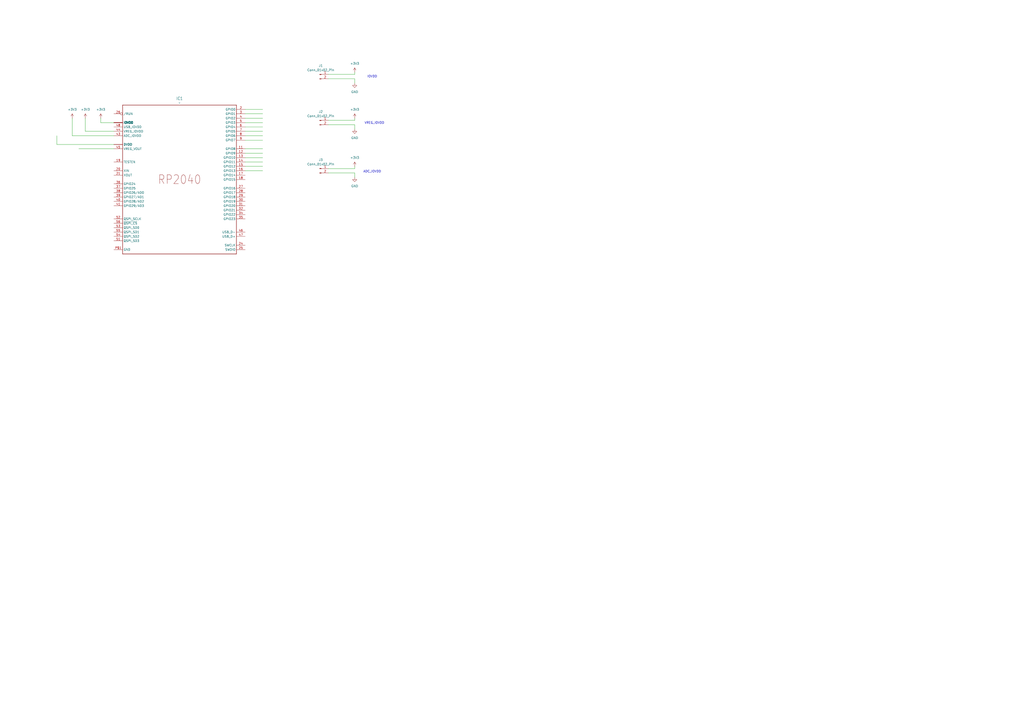
<source format=kicad_sch>
(kicad_sch (version 20231120) (generator "eeschema") (generator_version "8.0")
  (paper "A2")
  (lib_symbols
    (symbol "Adafruit ItsyBitsy RP2040-eagle-import:RP2040_QFN56"
      (property "Reference" "IC" (at -5.08 -40.64 0))
      (symbol "RP2040_QFN56_1_0"
        (polyline (pts (xy -33.02 -43.18) (xy -33.02 43.18)) (stroke (width 0.254)))
        (polyline (pts (xy -33.02 43.18) (xy 33.02 43.18)) (stroke (width 0.254)))
        (polyline (pts (xy 33.02 -43.18) (xy -33.02 -43.18)) (stroke (width 0.254)))
        (polyline (pts (xy 33.02 43.18) (xy 33.02 -43.18)) (stroke (width 0.254)))
        (text "RP2040" (at 0 0 0) (effects (font (size 5.08 4.318))))
        (pin power_in line (at -38.1 33.02 0) (length 5.08) (name "IOVDD") (number "1"))
        (pin power_in line (at -38.1 33.02 0) (length 5.08) (name "IOVDD") (number "10"))
        (pin bidirectional line (at 38.1 17.78 180) (length 5.08) (name "GPIO8") (number "11"))
        (pin bidirectional line (at 38.1 15.24 180) (length 5.08) (name "GPIO9") (number "12"))
        (pin bidirectional line (at 38.1 12.7 180) (length 5.08) (name "GPIO10") (number "13"))
        (pin bidirectional line (at 38.1 10.16 180) (length 5.08) (name "GPIO11") (number "14"))
        (pin bidirectional line (at 38.1 7.62 180) (length 5.08) (name "GPIO12") (number "15"))
        (pin bidirectional line (at 38.1 5.08 180) (length 5.08) (name "GPIO13") (number "16"))
        (pin bidirectional line (at 38.1 2.54 180) (length 5.08) (name "GPIO14") (number "17"))
        (pin bidirectional line (at 38.1 0 180) (length 5.08) (name "GPIO15") (number "18"))
        (pin input line (at -38.1 10.16 0) (length 5.08) (name "TESTEN") (number "19"))
        (pin bidirectional line (at 38.1 40.64 180) (length 5.08) (name "GPIO0") (number "2"))
        (pin input line (at -38.1 5.08 0) (length 5.08) (name "XIN") (number "20"))
        (pin output line (at -38.1 2.54 0) (length 5.08) (name "XOUT") (number "21"))
        (pin power_in line (at -38.1 33.02 0) (length 5.08) (name "IOVDD") (number "22"))
        (pin power_in line (at -38.1 20.32 0) (length 5.08) (name "DVDD") (number "23"))
        (pin bidirectional line (at 38.1 -38.1 180) (length 5.08) (name "SWCLK") (number "24"))
        (pin bidirectional line (at 38.1 -40.64 180) (length 5.08) (name "SWDIO") (number "25"))
        (pin bidirectional inverted (at -38.1 38.1 0) (length 5.08) (name "/RUN") (number "26"))
        (pin bidirectional line (at 38.1 -5.08 180) (length 5.08) (name "GPIO16") (number "27"))
        (pin bidirectional line (at 38.1 -7.62 180) (length 5.08) (name "GPIO17") (number "28"))
        (pin bidirectional line (at 38.1 -10.16 180) (length 5.08) (name "GPIO18") (number "29"))
        (pin bidirectional line (at 38.1 38.1 180) (length 5.08) (name "GPIO1") (number "3"))
        (pin bidirectional line (at 38.1 -12.7 180) (length 5.08) (name "GPIO19") (number "30"))
        (pin bidirectional line (at 38.1 -15.24 180) (length 5.08) (name "GPIO20") (number "31"))
        (pin bidirectional line (at 38.1 -17.78 180) (length 5.08) (name "GPIO21") (number "32"))
        (pin power_in line (at -38.1 33.02 0) (length 5.08) (name "IOVDD") (number "33"))
        (pin bidirectional line (at 38.1 -20.32 180) (length 5.08) (name "GPIO22") (number "34"))
        (pin bidirectional line (at 38.1 -22.86 180) (length 5.08) (name "GPIO23") (number "35"))
        (pin bidirectional line (at -38.1 -2.54 0) (length 5.08) (name "GPIO24") (number "36"))
        (pin bidirectional line (at -38.1 -5.08 0) (length 5.08) (name "GPIO25") (number "37"))
        (pin bidirectional line (at -38.1 -7.62 0) (length 5.08) (name "GPIO26/AD0") (number "38"))
        (pin bidirectional line (at -38.1 -10.16 0) (length 5.08) (name "GPIO27/AD1") (number "39"))
        (pin bidirectional line (at 38.1 35.56 180) (length 5.08) (name "GPIO2") (number "4"))
        (pin bidirectional line (at -38.1 -12.7 0) (length 5.08) (name "GPIO28/AD2") (number "40"))
        (pin bidirectional line (at -38.1 -15.24 0) (length 5.08) (name "GPIO29/AD3") (number "41"))
        (pin power_in line (at -38.1 33.02 0) (length 5.08) (name "IOVDD") (number "42"))
        (pin power_in line (at -38.1 25.4 0) (length 5.08) (name "ADC_IOVDD") (number "43"))
        (pin power_in line (at -38.1 27.94 0) (length 5.08) (name "VREG_IOVDD") (number "44"))
        (pin power_in line (at -38.1 17.78 0) (length 5.08) (name "VREG_VOUT") (number "45"))
        (pin bidirectional line (at 38.1 -30.48 180) (length 5.08) (name "USB_D-") (number "46"))
        (pin bidirectional line (at 38.1 -33.02 180) (length 5.08) (name "USB_D+") (number "47"))
        (pin power_in line (at -38.1 30.48 0) (length 5.08) (name "USB_IOVDD") (number "48"))
        (pin power_in line (at -38.1 33.02 0) (length 5.08) (name "IOVDD") (number "49"))
        (pin bidirectional line (at 38.1 33.02 180) (length 5.08) (name "GPIO3") (number "5"))
        (pin power_in line (at -38.1 20.32 0) (length 5.08) (name "DVDD") (number "50"))
        (pin bidirectional line (at -38.1 -35.56 0) (length 5.08) (name "QSPI_SD3") (number "51"))
        (pin bidirectional line (at -38.1 -22.86 0) (length 5.08) (name "QSPI_SCLK") (number "52"))
        (pin bidirectional line (at -38.1 -27.94 0) (length 5.08) (name "QSPI_SD0") (number "53"))
        (pin bidirectional line (at -38.1 -33.02 0) (length 5.08) (name "QSPI_SD2") (number "54"))
        (pin bidirectional line (at -38.1 -30.48 0) (length 5.08) (name "QSPI_SD1") (number "55"))
        (pin bidirectional line (at -38.1 -25.4 0) (length 5.08) (name "~{QSPI_CS}") (number "56"))
        (pin bidirectional line (at 38.1 30.48 180) (length 5.08) (name "GPIO4") (number "6"))
        (pin bidirectional line (at 38.1 27.94 180) (length 5.08) (name "GPIO5") (number "7"))
        (pin bidirectional line (at 38.1 25.4 180) (length 5.08) (name "GPIO6") (number "8"))
        (pin bidirectional line (at 38.1 22.86 180) (length 5.08) (name "GPIO7") (number "9"))
        (pin power_in line (at -38.1 -40.64 0) (length 5.08) (name "GND") (number "P$1"))
      )
    )
    (symbol "Connector:Conn_01x02_Pin" (pin_names (offset 1.016) hide)
      (property "Reference" "J" (at 0 2.54 0))
      (property "Value" "Conn_01x02_Pin" (at 0 -5.08 0))
      (symbol "Conn_01x02_Pin_1_1"
        (polyline (pts (xy 1.27 -2.54) (xy 0.8636 -2.54)) (stroke (width 0.1524)))
        (polyline (pts (xy 1.27 0) (xy 0.8636 0)) (stroke (width 0.1524)))
        (rectangle (start 0.8636 -2.413) (end 0 -2.667) (stroke (width 0.1524)) (fill (type outline)))
        (rectangle (start 0.8636 0.127) (end 0 -0.127) (stroke (width 0.1524)) (fill (type outline)))
        (pin passive line (at 5.08 0 180) (length 3.81) (name "Pin_1") (number "1"))
        (pin passive line (at 5.08 -2.54 180) (length 3.81) (name "Pin_2") (number "2"))
      )
    )
    (symbol "power:+3V3" (power) (pin_numbers hide) (pin_names (offset 0) hide)
      (property "Value" "+3V3" (at 0 3.556 0))
      (symbol "+3V3_0_1"
        (polyline (pts (xy -0.762 1.27) (xy 0 2.54)))
        (polyline (pts (xy 0 0) (xy 0 2.54)))
        (polyline (pts (xy 0 2.54) (xy 0.762 1.27)))
      )
      (symbol "+3V3_1_1"
        (pin power_in line (at 0 0 90) (length 0) (name "~") (number "1"))
      )
    )
    (symbol "power:GND" (power) (pin_numbers hide) (pin_names (offset 0) hide)
      (property "Value" "GND" (at 0 -3.81 0))
      (symbol "GND_0_1"
        (polyline (pts (xy 0 0) (xy 0 -1.27) (xy 1.27 -1.27) (xy 0 -2.54) (xy -1.27 -1.27) (xy 0 -1.27)))
      )
      (symbol "GND_1_1"
        (pin power_in line (at 0 0 270) (length 0) (name "~") (number "1"))
      )
    )
  )
  (wire (pts (xy 205.74 48.26) (xy 205.74 45.72)))
  (wire (pts (xy 142.24 96.52) (xy 152.4 96.52)))
  (wire (pts (xy 205.74 74.93) (xy 205.74 72.39)))
  (wire (pts (xy 58.42 68.58) (xy 58.42 71.12)))
  (wire (pts (xy 66.04 78.74) (xy 41.91 78.74)))
  (wire (pts (xy 205.74 69.85) (xy 205.74 68.58)))
  (wire (pts (xy 142.24 86.36) (xy 152.4 86.36)))
  (wire (pts (xy 33.02 78.74) (xy 33.02 83.82)))
  (wire (pts (xy 142.24 68.58) (xy 152.4 68.58)))
  (wire (pts (xy 58.42 71.12) (xy 66.04 71.12)))
  (wire (pts (xy 66.04 76.2) (xy 49.53 76.2)))
  (wire (pts (xy 142.24 76.2) (xy 152.4 76.2)))
  (wire (pts (xy 205.74 97.79) (xy 205.74 96.52)))
  (wire (pts (xy 190.5 69.85) (xy 205.74 69.85)))
  (wire (pts (xy 142.24 81.28) (xy 152.4 81.28)))
  (wire (pts (xy 142.24 93.98) (xy 152.4 93.98)))
  (wire (pts (xy 41.91 78.74) (xy 41.91 68.58)))
  (wire (pts (xy 190.5 100.33) (xy 205.74 100.33)))
  (wire (pts (xy 142.24 71.12) (xy 152.4 71.12)))
  (wire (pts (xy 49.53 76.2) (xy 49.53 68.58)))
  (wire (pts (xy 190.5 45.72) (xy 205.74 45.72)))
  (wire (pts (xy 190.5 97.79) (xy 205.74 97.79)))
  (wire (pts (xy 45.72 86.36) (xy 66.04 86.36)))
  (wire (pts (xy 142.24 88.9) (xy 152.4 88.9)))
  (wire (pts (xy 190.5 72.39) (xy 205.74 72.39)))
  (wire (pts (xy 142.24 66.04) (xy 152.4 66.04)))
  (wire (pts (xy 142.24 99.06) (xy 152.4 99.06)))
  (wire (pts (xy 66.04 83.82) (xy 33.02 83.82)))
  (wire (pts (xy 142.24 91.44) (xy 152.4 91.44)))
  (wire (pts (xy 205.74 43.18) (xy 205.74 41.91)))
  (wire (pts (xy 190.5 43.18) (xy 205.74 43.18)))
  (wire (pts (xy 142.24 63.5) (xy 152.4 63.5)))
  (wire (pts (xy 142.24 78.74) (xy 152.4 78.74)))
  (wire (pts (xy 142.24 73.66) (xy 152.4 73.66)))
  (wire (pts (xy 205.74 102.87) (xy 205.74 100.33)))
  (text "ADC_IOVDD\n" (at 215.9 99.568 0) (effects (font (size 1.27 1.27))))
  (text "VREG_IOVDD" (at 217.17 71.374 0) (effects (font (size 1.27 1.27))))
  (text "IOVDD" (at 215.9 44.45 0) (effects (font (size 1.27 1.27))))
  (symbol (lib_id "power:+3V3") (at 205.74 68.58 0) (unit 1)
    (property "Reference" "#PWR03" (effects (hide yes)))
    (property "Value" "+3V3" (at 205.74 63.5 0))
    (property "Description" "Power symbol creates a global label with name \"+3V3\"" (effects (hide yes)))
  )
  (symbol (lib_id "power:GND") (at 205.74 74.93 0) (unit 1)
    (property "Reference" "#PWR04" (effects (hide yes)))
    (property "Value" "GND" (at 205.74 80.01 0))
    (property "Description" "Power symbol creates a global label with name \"GND\" , ground" (effects (hide yes)))
  )
  (symbol (lib_id "power:+3V3") (at 58.42 68.58 0) (unit 1)
    (property "Reference" "#PWR07" (effects (hide yes)))
    (property "Value" "+3V3" (at 58.42 63.5 0))
    (property "Description" "Power symbol creates a global label with name \"+3V3\"" (effects (hide yes)))
  )
  (symbol (lib_id "Adafruit ItsyBitsy RP2040-eagle-import:RP2040_QFN56") (at 104.14 104.14 0) (unit 1)
    (property "Reference" "IC1" (at 104.14 57.15 0) (effects (font (size 1.778 1.5113))))
    (property "Value" "~" (at 104.14 59.69 0) (effects (font (size 1.778 1.5113))))
    (property "Footprint" "Adafruit ItsyBitsy RP2040:QFN56_7MM_REDUCEDEPAD" (effects (hide yes)))
  )
  (symbol (lib_id "Connector:Conn_01x02_Pin") (at 185.42 43.18 0) (unit 1)
    (property "Reference" "J1" (at 186.055 38.1 0))
    (property "Value" "Conn_01x02_Pin" (at 186.055 40.64 0))
    (property "Footprint" "Connector_PinHeader_2.54mm:PinHeader_1x02_P2.54mm_Vertical" (effects (hide yes)))
    (property "Description" "Generic connector, single row, 01x02, script generated" (effects (hide yes)))
  )
  (symbol (lib_id "Connector:Conn_01x02_Pin") (at 185.42 97.79 0) (unit 1)
    (property "Reference" "J3" (at 186.055 92.71 0))
    (property "Value" "Conn_01x02_Pin" (at 186.055 95.25 0))
    (property "Footprint" "Connector_PinHeader_2.54mm:PinHeader_1x02_P2.54mm_Vertical" (effects (hide yes)))
    (property "Description" "Generic connector, single row, 01x02, script generated" (effects (hide yes)))
  )
  (symbol (lib_id "Connector:Conn_01x02_Pin") (at 185.42 69.85 0) (unit 1)
    (property "Reference" "J2" (at 186.055 64.77 0))
    (property "Value" "Conn_01x02_Pin" (at 186.055 67.31 0))
    (property "Footprint" "Connector_PinHeader_2.54mm:PinHeader_1x02_P2.54mm_Vertical" (effects (hide yes)))
    (property "Description" "Generic connector, single row, 01x02, script generated" (effects (hide yes)))
  )
  (symbol (lib_id "power:+3V3") (at 49.53 68.58 0) (unit 1)
    (property "Reference" "#PWR08" (effects (hide yes)))
    (property "Value" "+3V3" (at 49.53 63.5 0))
    (property "Description" "Power symbol creates a global label with name \"+3V3\"" (effects (hide yes)))
  )
  (symbol (lib_id "power:+3V3") (at 205.74 96.52 0) (unit 1)
    (property "Reference" "#PWR05" (effects (hide yes)))
    (property "Value" "+3V3" (at 205.74 91.44 0))
    (property "Description" "Power symbol creates a global label with name \"+3V3\"" (effects (hide yes)))
  )
  (symbol (lib_id "power:GND") (at 205.74 102.87 0) (unit 1)
    (property "Reference" "#PWR06" (effects (hide yes)))
    (property "Value" "GND" (at 205.74 107.95 0))
    (property "Description" "Power symbol creates a global label with name \"GND\" , ground" (effects (hide yes)))
  )
  (symbol (lib_id "power:+3V3") (at 205.74 41.91 0) (unit 1)
    (property "Reference" "#PWR02" (effects (hide yes)))
    (property "Value" "+3V3" (at 205.74 36.83 0))
    (property "Description" "Power symbol creates a global label with name \"+3V3\"" (effects (hide yes)))
  )
  (symbol (lib_id "power:+3V3") (at 41.91 68.58 0) (unit 1)
    (property "Reference" "#PWR09" (effects (hide yes)))
    (property "Value" "+3V3" (at 41.91 63.5 0))
    (property "Description" "Power symbol creates a global label with name \"+3V3\"" (effects (hide yes)))
  )
  (symbol (lib_id "power:GND") (at 205.74 48.26 0) (unit 1)
    (property "Reference" "#PWR01" (effects (hide yes)))
    (property "Value" "GND" (at 205.74 53.34 0))
    (property "Description" "Power symbol creates a global label with name \"GND\" , ground" (effects (hide yes)))
  )
)
</source>
